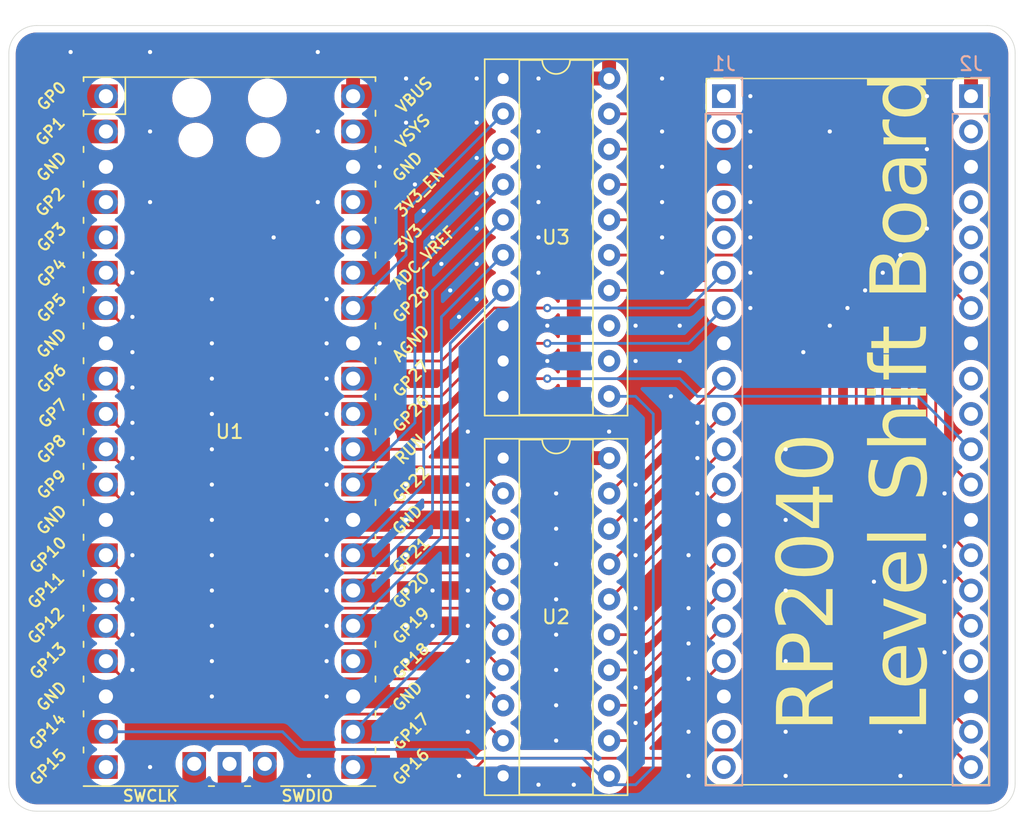
<source format=kicad_pcb>
(kicad_pcb (version 20240108) (generator "pcbnew") (generator_version "8.0")
  (layers (0 "F.Cu" signal) (31 "B.Cu" signal) (34 "B.Paste" user) (35 "F.Paste" user) (36 "B.SilkS" user "B.Silkscreen") (37 "F.SilkS" user "F.Silkscreen") (38 "B.Mask" user) (39 "F.Mask" user) (44 "Edge.Cuts" user))
  (net 0 "")
  (net 1 "/F.A0")
  (net 2 "GND")
  (net 3 "/F.R{slash}nW")
  (net 4 "/F.D1")
  (net 5 "/F.D0")
  (net 6 "/E.nINT")
  (net 8 "/F.D3")
  (net 9 "/F.nRST")
  (net 10 "RUN")
  (net 11 "/F.A2")
  (net 12 "/F.A1")
  (net 14 "/F.D7")
  (net 15 "SDA")
  (net 17 "/F.D6")
  (net 19 "+3V3")
  (net 20 "SCL")
  (net 22 "/F.D2")
  (net 23 "/F.D4")
  (net 25 "/F.nCS")
  (net 26 "+5V")
  (net 27 "/F.D5")
  (net 29 "/E.D3")
  (net 32 "/E.nCS")
  (net 33 "/E.D1")
  (net 36 "/E.D7")
  (net 39 "/E.D6")
  (net 40 "/E.nRST")
  (net 43 "CP")
  (net 45 "/E.D2")
  (net 46 "/E.D5")
  (net 47 "/E.D0")
  (net 54 "/E.A1")
  (net 56 "/E.D4")
  (net 59 "/E.A2")
  (net 60 "/E.A0")
  (net 65 "/E.R{slash}nW")
  (footprint "MCU_RaspberryPi_and_Boards:RPi_Pico_SMD_TH" (layer "F.Cu") (at 135.89 87.63)
    (property "Reference" "U1" (at 0 0 0) (layer "F.SilkS"))
    (property "Value" "Pico")
    (fp_text user "GP14" (at -13.1 21.59 45) (layer "F.SilkS") (effects (font (size 0.8 0.8))))
    (fp_text user "GP21" (at 13.054 8.9 45) (layer "F.SilkS") (effects (font (size 0.8 0.8))))
    (fp_text user "GP6" (at -12.8 -3.81 45) (layer "F.SilkS") (effects (font (size 0.8 0.8))))
    (fp_text user "GP15" (at -13.054 24.13 45) (layer "F.SilkS") (effects (font (size 0.8 0.8))))
    (fp_text user "GND" (at 12.8 19.05 45) (layer "F.SilkS") (effects (font (size 0.8 0.8))))
    (fp_text user "GP11" (at -13.2 11.43 45) (layer "F.SilkS") (effects (font (size 0.8 0.8))))
    (fp_text user "SWDIO" (at 5.6 26.2 0) (layer "F.SilkS") (effects (font (size 0.8 0.8))))
    (fp_text user "GND" (at 12.8 -19.05 45) (layer "F.SilkS") (effects (font (size 0.8 0.8))))
    (fp_text user "GP19" (at 13.054 13.97 45) (layer "F.SilkS") (effects (font (size 0.8 0.8))))
    (fp_text user "ADC_VREF" (at 14 -12.5 45) (layer "F.SilkS") (effects (font (size 0.8 0.8))))
    (fp_text user "GP3" (at -12.8 -13.97 45) (layer "F.SilkS") (effects (font (size 0.8 0.8))))
    (fp_text user "AGND" (at 13.054 -6.35 45) (layer "F.SilkS") (effects (font (size 0.8 0.8))))
    (fp_text user "GND" (at 12.8 6.35 45) (layer "F.SilkS") (effects (font (size 0.8 0.8))))
    (fp_text user "GP1" (at -12.9 -21.6 45) (layer "F.SilkS") (effects (font (size 0.8 0.8))))
    (fp_text user "GP26" (at 13.054 -1.27 45) (layer "F.SilkS") (effects (font (size 0.8 0.8))))
    (fp_text user "VBUS" (at 13.3 -24.2 45) (layer "F.SilkS") (effects (font (size 0.8 0.8))))
    (fp_text user "GP2" (at -12.9 -16.51 45) (layer "F.SilkS") (effects (font (size 0.8 0.8))))
    (fp_text user "GP7" (at -12.7 -1.3 45) (layer "F.SilkS") (effects (font (size 0.8 0.8))))
    (fp_text user "GP4" (at -12.8 -11.43 45) (layer "F.SilkS") (effects (font (size 0.8 0.8))))
    (fp_text user "3V3" (at 12.9 -13.9 45) (layer "F.SilkS") (effects (font (size 0.8 0.8))))
    (fp_text user "GP27" (at 13.054 -3.8 45) (layer "F.SilkS") (effects (font (size 0.8 0.8))))
    (fp_text user "GP22" (at 13.054 3.81 45) (layer "F.SilkS") (effects (font (size 0.8 0.8))))
    (fp_text user "GP17" (at 13.054 21.59 45) (layer "F.SilkS") (effects (font (size 0.8 0.8))))
    (fp_text user "GP28" (at 13.054 -9.144 45) (layer "F.SilkS") (effects (font (size 0.8 0.8))))
    (fp_text user "GND" (at -12.8 -6.35 45) (layer "F.SilkS") (effects (font (size 0.8 0.8))))
    (fp_text user "GND" (at -12.8 6.35 45) (layer "F.SilkS") (effects (font (size 0.8 0.8))))
    (fp_text user "GP5" (at -12.8 -8.89 45) (layer "F.SilkS") (effects (font (size 0.8 0.8))))
    (fp_text user "GND" (at -12.8 -19.05 45) (layer "F.SilkS") (effects (font (size 0.8 0.8))))
    (fp_text user "VSYS" (at 13.2 -21.59 45) (layer "F.SilkS") (effects (font (size 0.8 0.8))))
    (fp_text user "GP12" (at -13.2 13.97 45) (layer "F.SilkS") (effects (font (size 0.8 0.8))))
    (fp_text user "GP16" (at 13.054 24.13 45) (layer "F.SilkS") (effects (font (size 0.8 0.8))))
    (fp_text user "GP13" (at -13.054 16.51 45) (layer "F.SilkS") (effects (font (size 0.8 0.8))))
    (fp_text user "GP18" (at 13.054 16.51 45) (layer "F.SilkS") (effects (font (size 0.8 0.8))))
    (fp_text user "3V3_EN" (at 13.7 -17.2 45) (layer "F.SilkS") (effects (font (size 0.8 0.8))))
    (fp_text user "GP0" (at -12.8 -24.13 45) (layer "F.SilkS") (effects (font (size 0.8 0.8))))
    (fp_text user "GP20" (at 13.054 11.43 45) (layer "F.SilkS") (effects (font (size 0.8 0.8))))
    (fp_text user "SWCLK" (at -5.7 26.2 0) (layer "F.SilkS") (effects (font (size 0.8 0.8))))
    (fp_text user "GP8" (at -12.8 1.27 45) (layer "F.SilkS") (effects (font (size 0.8 0.8))))
    (fp_text user "GP9" (at -12.8 3.81 45) (layer "F.SilkS") (effects (font (size 0.8 0.8))))
    (fp_text user "GP10" (at -13.054 8.89 45) (layer "F.SilkS") (effects (font (size 0.8 0.8))))
    (fp_text user "GND" (at -12.8 19.05 45) (layer "F.SilkS") (effects (font (size 0.8 0.8))))
    (fp_text user "RUN" (at 13 1.27 45) (layer "F.SilkS") (effects (font (size 0.8 0.8))))
    (pad "" np_thru_hole oval (at -2.725 -24) (size 1.8 1.8) (drill 1.8) (layers "*.Cu" "*.Mask"))
    (pad "" np_thru_hole oval (at -2.425 -20.97) (size 1.5 1.5) (drill 1.5) (layers "*.Cu" "*.Mask"))
    (pad "" np_thru_hole oval (at 2.425 -20.97) (size 1.5 1.5) (drill 1.5) (layers "*.Cu" "*.Mask"))
    (pad "" np_thru_hole oval (at 2.725 -24) (size 1.8 1.8) (drill 1.8) (layers "*.Cu" "*.Mask"))
    (pad "1" thru_hole oval (at -8.89 -24.13) (size 1.7 1.7) (drill 1.02) (layers "*.Cu" "*.Mask"))
    (pad "1" smd rect (at -8.89 -24.13) (size 3.5 1.7) (drill (offset -0.9 0)) (layers "F.Cu" "F.Mask"))
    (pad "2" thru_hole oval (at -8.89 -21.59) (size 1.7 1.7) (drill 1.02) (layers "*.Cu" "*.Mask"))
    (pad "2" smd rect (at -8.89 -21.59) (size 3.5 1.7) (drill (offset -0.9 0)) (layers "F.Cu" "F.Mask"))
    (pad "3" thru_hole rect (at -8.89 -19.05) (size 1.7 1.7) (drill 1.02) (layers "*.Cu" "*.Mask") (net 2 "GND"))
    (pad "3" smd rect (at -8.89 -19.05) (size 3.5 1.7) (drill (offset -0.9 0)) (layers "F.Cu" "F.Mask") (net 2 "GND"))
    (pad "4" thru_hole oval (at -8.89 -16.51) (size 1.7 1.7) (drill 1.02) (layers "*.Cu" "*.Mask"))
    (pad "4" smd rect (at -8.89 -16.51) (size 3.5 1.7) (drill (offset -0.9 0)) (layers "F.Cu" "F.Mask"))
    (pad "5" thru_hole oval (at -8.89 -13.97) (size 1.7 1.7) (drill 1.02) (layers "*.Cu" "*.Mask"))
    (pad "5" smd rect (at -8.89 -13.97) (size 3.5 1.7) (drill (offset -0.9 0)) (layers "F.Cu" "F.Mask"))
    (pad "6" thru_hole oval (at -8.89 -11.43) (size 1.7 1.7) (drill 1.02) (layers "*.Cu" "*.Mask") (net 15 "SDA"))
    (pad "6" smd rect (at -8.89 -11.43) (size 3.5 1.7) (drill (offset -0.9 0)) (layers "F.Cu" "F.Mask") (net 15 "SDA"))
    (pad "7" thru_hole oval (at -8.89 -8.89) (size 1.7 1.7) (drill 1.02) (layers "*.Cu" "*.Mask") (net 20 "SCL"))
    (pad "7" smd rect (at -8.89 -8.89) (size 3.5 1.7) (drill (offset -0.9 0)) (layers "F.Cu" "F.Mask") (net 20 "SCL"))
    (pad "8" thru_hole rect (at -8.89 -6.35) (size 1.7 1.7) (drill 1.02) (layers "*.Cu" "*.Mask") (net 2 "GND"))
    (pad "8" smd rect (at -8.89 -6.35) (size 3.5 1.7) (drill (offset -0.9 0)) (layers "F.Cu" "F.Mask") (net 2 "GND"))
    (pad "9" thru_hole oval (at -8.89 -3.81) (size 1.7 1.7) (drill 1.02) (layers "*.Cu" "*.Mask") (net 47 "/E.D0"))
    (pad "9" smd rect (at -8.89 -3.81) (size 3.5 1.7) (drill (offset -0.9 0)) (layers "F.Cu" "F.Mask") (net 47 "/E.D0"))
    (pad "10" thru_hole oval (at -8.89 -1.27) (size 1.7 1.7) (drill 1.02) (layers "*.Cu" "*.Mask") (net 33 "/E.D1"))
    (pad "10" smd rect (at -8.89 -1.27) (size 3.5 1.7) (drill (offset -0.9 0)) (layers "F.Cu" "F.Mask") (net 33 "/E.D1"))
    (pad "11" thru_hole oval (at -8.89 1.27) (size 1.7 1.7) (drill 1.02) (layers "*.Cu" "*.Mask") (net 45 "/E.D2"))
    (pad "11" smd rect (at -8.89 1.27) (size 3.5 1.7) (drill (offset -0.9 0)) (layers "F.Cu" "F.Mask") (net 45 "/E.D2"))
    (pad "12" thru_hole oval (at -8.89 3.81) (size 1.7 1.7) (drill 1.02) (layers "*.Cu" "*.Mask") (net 29 "/E.D3"))
    (pad "12" smd rect (at -8.89 3.81) (size 3.5 1.7) (drill (offset -0.9 0)) (layers "F.Cu" "F.Mask") (net 29 "/E.D3"))
    (pad "13" thru_hole rect (at -8.89 6.35) (size 1.7 1.7) (drill 1.02) (layers "*.Cu" "*.Mask") (net 2 "GND"))
    (pad "13" smd rect (at -8.89 6.35) (size 3.5 1.7) (drill (offset -0.9 0)) (layers "F.Cu" "F.Mask") (net 2 "GND"))
    (pad "14" thru_hole oval (at -8.89 8.89) (size 1.7 1.7) (drill 1.02) (layers "*.Cu" "*.Mask") (net 56 "/E.D4"))
    (pad "14" smd rect (at -8.89 8.89) (size 3.5 1.7) (drill (offset -0.9 0)) (layers "F.Cu" "F.Mask") (net 56 "/E.D4"))
    (pad "15" thru_hole oval (at -8.89 11.43) (size 1.7 1.7) (drill 1.02) (layers "*.Cu" "*.Mask") (net 46 "/E.D5"))
    (pad "15" smd rect (at -8.89 11.43) (size 3.5 1.7) (drill (offset -0.9 0)) (layers "F.Cu" "F.Mask") (net 46 "/E.D5"))
    (pad "16" thru_hole oval (at -8.89 13.97) (size 1.7 1.7) (drill 1.02) (layers "*.Cu" "*.Mask") (net 39 "/E.D6"))
    (pad "16" smd rect (at -8.89 13.97) (size 3.5 1.7) (drill (offset -0.9 0)) (layers "F.Cu" "F.Mask") (net 39 "/E.D6"))
    (pad "17" thru_hole oval (at -8.89 16.51) (size 1.7 1.7) (drill 1.02) (layers "*.Cu" "*.Mask") (net 36 "/E.D7"))
    (pad "17" smd rect (at -8.89 16.51) (size 3.5 1.7) (drill (offset -0.9 0)) (layers "F.Cu" "F.Mask") (net 36 "/E.D7"))
    (pad "18" thru_hole rect (at -8.89 19.05) (size 1.7 1.7) (drill 1.02) (layers "*.Cu" "*.Mask") (net 2 "GND"))
    (pad "18" smd rect (at -8.89 19.05) (size 3.5 1.7) (drill (offset -0.9 0)) (layers "F.Cu" "F.Mask") (net 2 "GND"))
    (pad "19" thru_hole oval (at -8.89 21.59) (size 1.7 1.7) (drill 1.02) (layers "*.Cu" "*.Mask") (net 43 "CP"))
    (pad "19" smd rect (at -8.89 21.59) (size 3.5 1.7) (drill (offset -0.9 0)) (layers "F.Cu" "F.Mask") (net 43 "CP"))
    (pad "20" thru_hole oval (at -8.89 24.13) (size 1.7 1.7) (drill 1.02) (layers "*.Cu" "*.Mask"))
    (pad "20" smd rect (at -8.89 24.13) (size 3.5 1.7) (drill (offset -0.9 0)) (layers "F.Cu" "F.Mask"))
    (pad "21" thru_hole oval (at 8.89 24.13) (size 1.7 1.7) (drill 1.02) (layers "*.Cu" "*.Mask") (net 6 "/E.nINT"))
    (pad "21" smd rect (at 8.89 24.13) (size 3.5 1.7) (drill (offset 0.9 0)) (layers "F.Cu" "F.Mask") (net 6 "/E.nINT"))
    (pad "22" thru_hole oval (at 8.89 21.59) (size 1.7 1.7) (drill 1.02) (layers "*.Cu" "*.Mask") (net 40 "/E.nRST"))
    (pad "22" smd rect (at 8.89 21.59) (size 3.5 1.7) (drill (offset 0.9 0)) (layers "F.Cu" "F.Mask") (net 40 "/E.nRST"))
    (pad "23" thru_hole rect (at 8.89 19.05) (size 1.7 1.7) (drill 1.02) (layers "*.Cu" "*.Mask") (net 2 "GND"))
    (pad "23" smd rect (at 8.89 19.05) (size 3.5 1.7) (drill (offset 0.9 0)) (layers "F.Cu" "F.Mask") (net 2 "GND"))
    (pad "24" thru_hole oval (at 8.89 16.51) (size 1.7 1.7) (drill 1.02) (layers "*.Cu" "*.Mask"))
    (pad "24" smd rect (at 8.89 16.51) (size 3.5 1.7) (drill (offset 0.9 0)) (layers "F.Cu" "F.Mask"))
    (pad "25" thru_hole oval (at 8.89 13.97) (size 1.7 1.7) (drill 1.02) (layers "*.Cu" "*.Mask") (net 32 "/E.nCS"))
    (pad "25" smd rect (at 8.89 13.97) (size 3.5 1.7) (drill (offset 0.9 0)) (layers "F.Cu" "F.Mask") (net 32 "/E.nCS"))
    (pad "26" thru_hole oval (at 8.89 11.43) (size 1.7 1.7) (drill 1.02) (layers "*.Cu" "*.Mask") (net 60 "/E.A0"))
    (pad "26" smd rect (at 8.89 11.43) (size 3.5 1.7) (drill (offset 0.9 0)) (layers "F.Cu" "F.Mask") (net 60 "/E.A0"))
    (pad "27" thru_hole oval (at 8.89 8.89) (size 1.7 1.7) (drill 1.02) (layers "*.Cu" "*.Mask") (net 54 "/E.A1"))
    (pad "27" smd rect (at 8.89 8.89) (size 3.5 1.7) (drill (offset 0.9 0)) (layers "F.Cu" "F.Mask") (net 54 "/E.A1"))
    (pad "28" thru_hole rect (at 8.89 6.35) (size 1.7 1.7) (drill 1.02) (layers "*.Cu" "*.Mask") (net 2 "GND"))
    (pad "28" smd rect (at 8.89 6.35) (size 3.5 1.7) (drill (offset 0.9 0)) (layers "F.Cu" "F.Mask") (net 2 "GND"))
    (pad "29" thru_hole oval (at 8.89 3.81) (size 1.7 1.7) (drill 1.02) (layers "*.Cu" "*.Mask") (net 59 "/E.A2"))
    (pad "29" smd rect (at 8.89 3.81) (size 3.5 1.7) (drill (offset 0.9 0)) (layers "F.Cu" "F.Mask") (net 59 "/E.A2"))
    (pad "30" thru_hole oval (at 8.89 1.27) (size 1.7 1.7) (drill 1.02) (layers "*.Cu" "*.Mask") (net 10 "RUN"))
    (pad "30" smd rect (at 8.89 1.27) (size 3.5 1.7) (drill (offset 0.9 0)) (layers "F.Cu" "F.Mask") (net 10 "RUN"))
    (pad "31" thru_hole oval (at 8.89 -1.27) (size 1.7 1.7) (drill 1.02) (layers "*.Cu" "*.Mask"))
    (pad "31" smd rect (at 8.89 -1.27) (size 3.5 1.7) (drill (offset 0.9 0)) (layers "F.Cu" "F.Mask"))
    (pad "32" thru_hole oval (at 8.89 -3.81) (size 1.7 1.7) (drill 1.02) (layers "*.Cu" "*.Mask"))
    (pad "32" smd rect (at 8.89 -3.81) (size 3.5 1.7) (drill (offset 0.9 0)) (layers "F.Cu" "F.Mask"))
    (pad "33" thru_hole rect (at 8.89 -6.35) (size 1.7 1.7) (drill 1.02) (layers "*.Cu" "*.Mask") (net 2 "GND"))
    (pad "33" smd rect (at 8.89 -6.35) (size 3.5 1.7) (drill (offset 0.9 0)) (layers "F.Cu" "F.Mask") (net 2 "GND"))
    (pad "34" thru_hole oval (at 8.89 -8.89) (size 1.7 1.7) (drill 1.02) (layers "*.Cu" "*.Mask") (net 65 "/E.R{slash}nW"))
    (pad "34" smd rect (at 8.89 -8.89) (size 3.5 1.7) (drill (offset 0.9 0)) (layers "F.Cu" "F.Mask") (net 65 "/E.R{slash}nW"))
    (pad "35" thru_hole oval (at 8.89 -11.43) (size 1.7 1.7) (drill 1.02) (layers "*.Cu" "*.Mask"))
    (pad "35" smd rect (at 8.89 -11.43) (size 3.5 1.7) (drill (offset 0.9 0)) (layers "F.Cu" "F.Mask"))
    (pad "36" thru_hole oval (at 8.89 -13.97) (size 1.7 1.7) (drill 1.02) (layers "*.Cu" "*.Mask") (net 19 "+3V3"))
    (pad "36" smd rect (at 8.89 -13.97) (size 3.5 1.7) (drill (offset 0.9 0)) (layers "F.Cu" "F.Mask") (net 19 "+3V3"))
    (pad "37" thru_hole oval (at 8.89 -16.51) (size 1.7 1.7) (drill 1.02) (layers "*.Cu" "*.Mask"))
    (pad "37" smd rect (at 8.89 -16.51) (size 3.5 1.7) (drill (offset 0.9 0)) (layers "F.Cu" "F.Mask"))
    (pad "38" thru_hole rect (at 8.89 -19.05) (size 1.7 1.7) (drill 1.02) (layers "*.Cu" "*.Mask") (net 2 "GND"))
    (pad "38" smd rect (at 8.89 -19.05) (size 3.5 1.7) (drill (offset 0.9 0)) (layers "F.Cu" "F.Mask") (net 2 "GND"))
    (pad "39" thru_hole oval (at 8.89 -21.59) (size 1.7 1.7) (drill 1.02) (layers "*.Cu" "*.Mask"))
    (pad "39" smd rect (at 8.89 -21.59) (size 3.5 1.7) (drill (offset 0.9 0)) (layers "F.Cu" "F.Mask"))
    (pad "40" thru_hole oval (at 8.89 -24.13) (size 1.7 1.7) (drill 1.02) (layers "*.Cu" "*.Mask") (net 26 "+5V"))
    (pad "40" smd rect (at 8.89 -24.13) (size 3.5 1.7) (drill (offset 0.9 0)) (layers "F.Cu" "F.Mask") (net 26 "+5V"))
    (pad "41" thru_hole oval (at -2.54 23.9) (size 1.7 1.7) (drill 1.02) (layers "*.Cu" "*.Mask"))
    (pad "41" smd rect (at -2.54 23.9 90) (size 3.5 1.7) (drill (offset -0.9 0)) (layers "F.Cu" "F.Mask"))
    (pad "42" thru_hole rect (at 0 23.9) (size 1.7 1.7) (drill 1.02) (layers "*.Cu" "*.Mask"))
    (pad "42" smd rect (at 0 23.9 90) (size 3.5 1.7) (drill (offset -0.9 0)) (layers "F.Cu" "F.Mask"))
    (pad "43" thru_hole oval (at 2.54 23.9) (size 1.7 1.7) (drill 1.02) (layers "*.Cu" "*.Mask"))
    (pad "43" smd rect (at 2.54 23.9 90) (size 3.5 1.7) (drill (offset -0.9 0)) (layers "F.Cu" "F.Mask"))
  )
  (footprint "Package_DIP:DIP-20_W7.62mm_Socket" (layer "F.Cu") (at 155.575 89.535)
    (property "Reference" "U2" (at 3.8 11.425 0) (layer "F.SilkS"))
    (property "Value" "74HC574")
    (pad "1" thru_hole rect (at 0 0) (size 1.6 1.6) (drill 0.8) (layers "*.Cu" "*.Mask") (net 2 "GND"))
    (pad "2" thru_hole oval (at 0 2.54) (size 1.6 1.6) (drill 0.8) (layers "*.Cu" "*.Mask") (net 47 "/E.D0"))
    (pad "3" thru_hole oval (at 0 5.08) (size 1.6 1.6) (drill 0.8) (layers "*.Cu" "*.Mask") (net 33 "/E.D1"))
    (pad "4" thru_hole oval (at 0 7.62) (size 1.6 1.6) (drill 0.8) (layers "*.Cu" "*.Mask") (net 45 "/E.D2"))
    (pad "5" thru_hole oval (at 0 10.16) (size 1.6 1.6) (drill 0.8) (layers "*.Cu" "*.Mask") (net 29 "/E.D3"))
    (pad "6" thru_hole oval (at 0 12.7) (size 1.6 1.6) (drill 0.8) (layers "*.Cu" "*.Mask") (net 56 "/E.D4"))
    (pad "7" thru_hole oval (at 0 15.24) (size 1.6 1.6) (drill 0.8) (layers "*.Cu" "*.Mask") (net 46 "/E.D5"))
    (pad "8" thru_hole oval (at 0 17.78) (size 1.6 1.6) (drill 0.8) (layers "*.Cu" "*.Mask") (net 39 "/E.D6"))
    (pad "9" thru_hole oval (at 0 20.32) (size 1.6 1.6) (drill 0.8) (layers "*.Cu" "*.Mask") (net 36 "/E.D7"))
    (pad "10" thru_hole oval (at 0 22.86) (size 1.6 1.6) (drill 0.8) (layers "*.Cu" "*.Mask") (net 2 "GND"))
    (pad "11" thru_hole oval (at 7.62 22.86) (size 1.6 1.6) (drill 0.8) (layers "*.Cu" "*.Mask") (net 43 "CP"))
    (pad "12" thru_hole oval (at 7.62 20.32) (size 1.6 1.6) (drill 0.8) (layers "*.Cu" "*.Mask") (net 14 "/F.D7"))
    (pad "13" thru_hole oval (at 7.62 17.78) (size 1.6 1.6) (drill 0.8) (layers "*.Cu" "*.Mask") (net 17 "/F.D6"))
    (pad "14" thru_hole oval (at 7.62 15.24) (size 1.6 1.6) (drill 0.8) (layers "*.Cu" "*.Mask") (net 27 "/F.D5"))
    (pad "15" thru_hole oval (at 7.62 12.7) (size 1.6 1.6) (drill 0.8) (layers "*.Cu" "*.Mask") (net 23 "/F.D4"))
    (pad "16" thru_hole oval (at 7.62 10.16) (size 1.6 1.6) (drill 0.8) (layers "*.Cu" "*.Mask") (net 8 "/F.D3"))
    (pad "17" thru_hole oval (at 7.62 7.62) (size 1.6 1.6) (drill 0.8) (layers "*.Cu" "*.Mask") (net 22 "/F.D2"))
    (pad "18" thru_hole oval (at 7.62 5.08) (size 1.6 1.6) (drill 0.8) (layers "*.Cu" "*.Mask") (net 4 "/F.D1"))
    (pad "19" thru_hole oval (at 7.62 2.54) (size 1.6 1.6) (drill 0.8) (layers "*.Cu" "*.Mask") (net 5 "/F.D0"))
    (pad "20" thru_hole oval (at 7.62 0) (size 1.6 1.6) (drill 0.8) (layers "*.Cu" "*.Mask") (net 26 "+5V"))
  )
  (footprint "Package_DIP:DIP-20_W7.62mm_Socket" (layer "F.Cu") (at 155.575 62.23)
    (property "Reference" "U3" (at 3.8 11.425 0) (layer "F.SilkS"))
    (property "Value" "74HC574")
    (pad "1" thru_hole rect (at 0 0) (size 1.6 1.6) (drill 0.8) (layers "*.Cu" "*.Mask") (net 2 "GND"))
    (pad "2" thru_hole oval (at 0 2.54) (size 1.6 1.6) (drill 0.8) (layers "*.Cu" "*.Mask") (net 65 "/E.R{slash}nW"))
    (pad "3" thru_hole oval (at 0 5.08) (size 1.6 1.6) (drill 0.8) (layers "*.Cu" "*.Mask") (net 59 "/E.A2"))
    (pad "4" thru_hole oval (at 0 7.62) (size 1.6 1.6) (drill 0.8) (layers "*.Cu" "*.Mask") (net 54 "/E.A1"))
    (pad "5" thru_hole oval (at 0 10.16) (size 1.6 1.6) (drill 0.8) (layers "*.Cu" "*.Mask") (net 60 "/E.A0"))
    (pad "6" thru_hole oval (at 0 12.7) (size 1.6 1.6) (drill 0.8) (layers "*.Cu" "*.Mask") (net 32 "/E.nCS"))
    (pad "7" thru_hole oval (at 0 15.24) (size 1.6 1.6) (drill 0.8) (layers "*.Cu" "*.Mask") (net 40 "/E.nRST"))
    (pad "8" thru_hole oval (at 0 17.78) (size 1.6 1.6) (drill 0.8) (layers "*.Cu" "*.Mask") (net 2 "GND"))
    (pad "9" thru_hole oval (at 0 20.32) (size 1.6 1.6) (drill 0.8) (layers "*.Cu" "*.Mask") (net 2 "GND"))
    (pad "10" thru_hole oval (at 0 22.86) (size 1.6 1.6) (drill 0.8) (layers "*.Cu" "*.Mask") (net 2 "GND"))
    (pad "11" thru_hole oval (at 7.62 22.86) (size 1.6 1.6) (drill 0.8) (layers "*.Cu" "*.Mask") (net 43 "CP"))
    (pad "12" thru_hole oval (at 7.62 20.32) (size 1.6 1.6) (drill 0.8) (layers "*.Cu" "*.Mask"))
    (pad "13" thru_hole oval (at 7.62 17.78) (size 1.6 1.6) (drill 0.8) (layers "*.Cu" "*.Mask"))
    (pad "14" thru_hole oval (at 7.62 15.24) (size 1.6 1.6) (drill 0.8) (layers "*.Cu" "*.Mask") (net 9 "/F.nRST"))
    (pad "15" thru_hole oval (at 7.62 12.7) (size 1.6 1.6) (drill 0.8) (layers "*.Cu" "*.Mask") (net 25 "/F.nCS"))
    (pad "16" thru_hole oval (at 7.62 10.16) (size 1.6 1.6) (drill 0.8) (layers "*.Cu" "*.Mask") (net 1 "/F.A0"))
    (pad "17" thru_hole oval (at 7.62 7.62) (size 1.6 1.6) (drill 0.8) (layers "*.Cu" "*.Mask") (net 12 "/F.A1"))
    (pad "18" thru_hole oval (at 7.62 5.08) (size 1.6 1.6) (drill 0.8) (layers "*.Cu" "*.Mask") (net 11 "/F.A2"))
    (pad "19" thru_hole oval (at 7.62 2.54) (size 1.6 1.6) (drill 0.8) (layers "*.Cu" "*.Mask") (net 3 "/F.R{slash}nW"))
    (pad "20" thru_hole oval (at 7.62 0) (size 1.6 1.6) (drill 0.8) (layers "*.Cu" "*.Mask") (net 26 "+5V"))
  )
  (footprint "Connector_PinHeader_2.54mm:PinHeader_1x20_P2.54mm_Vertical" (layer "B.Cu") (at 189.23 63.5 180)
    (property "Reference" "J2" (at 0 2.33 180) (layer "B.SilkS") (effects (justify mirror)))
    (property "Value" "PicoR")
    (pad "1" thru_hole rect (at 0 0 180) (size 1.7 1.7) (drill 1) (layers "*.Cu" "*.Mask") (net 26 "+5V"))
    (pad "2" thru_hole oval (at 0 -2.54 180) (size 1.7 1.7) (drill 1) (layers "*.Cu" "*.Mask"))
    (pad "3" thru_hole oval (at 0 -5.08 180) (size 1.7 1.7) (drill 1) (layers "*.Cu" "*.Mask") (net 2 "GND"))
    (pad "4" thru_hole oval (at 0 -7.62 180) (size 1.7 1.7) (drill 1) (layers "*.Cu" "*.Mask"))
    (pad "5" thru_hole oval (at 0 -10.16 180) (size 1.7 1.7) (drill 1) (layers "*.Cu" "*.Mask"))
    (pad "6" thru_hole oval (at 0 -12.7 180) (size 1.7 1.7) (drill 1) (layers "*.Cu" "*.Mask"))
    (pad "7" thru_hole oval (at 0 -15.24 180) (size 1.7 1.7) (drill 1) (layers "*.Cu" "*.Mask") (net 3 "/F.R{slash}nW"))
    (pad "8" thru_hole oval (at 0 -17.78 180) (size 1.7 1.7) (drill 1) (layers "*.Cu" "*.Mask") (net 2 "GND"))
    (pad "9" thru_hole oval (at 0 -20.32 180) (size 1.7 1.7) (drill 1) (layers "*.Cu" "*.Mask"))
    (pad "10" thru_hole oval (at 0 -22.86 180) (size 1.7 1.7) (drill 1) (layers "*.Cu" "*.Mask"))
    (pad "11" thru_hole oval (at 0 -25.4 180) (size 1.7 1.7) (drill 1) (layers "*.Cu" "*.Mask") (net 10 "RUN"))
    (pad "12" thru_hole oval (at 0 -27.94 180) (size 1.7 1.7) (drill 1) (layers "*.Cu" "*.Mask") (net 11 "/F.A2"))
    (pad "13" thru_hole oval (at 0 -30.48 180) (size 1.7 1.7) (drill 1) (layers "*.Cu" "*.Mask") (net 2 "GND"))
    (pad "14" thru_hole oval (at 0 -33.02 180) (size 1.7 1.7) (drill 1) (layers "*.Cu" "*.Mask") (net 12 "/F.A1"))
    (pad "15" thru_hole oval (at 0 -35.56 180) (size 1.7 1.7) (drill 1) (layers "*.Cu" "*.Mask") (net 1 "/F.A0"))
    (pad "16" thru_hole oval (at 0 -38.1 180) (size 1.7 1.7) (drill 1) (layers "*.Cu" "*.Mask") (net 25 "/F.nCS"))
    (pad "17" thru_hole oval (at 0 -40.64 180) (size 1.7 1.7) (drill 1) (layers "*.Cu" "*.Mask"))
    (pad "18" thru_hole oval (at 0 -43.18 180) (size 1.7 1.7) (drill 1) (layers "*.Cu" "*.Mask") (net 2 "GND"))
    (pad "19" thru_hole oval (at 0 -45.72 180) (size 1.7 1.7) (drill 1) (layers "*.Cu" "*.Mask") (net 9 "/F.nRST"))
    (pad "20" thru_hole oval (at 0 -48.26 180) (size 1.7 1.7) (drill 1) (layers "*.Cu" "*.Mask") (net 6 "/E.nINT"))
  )
  (footprint "Connector_PinHeader_2.54mm:PinHeader_1x20_P2.54mm_Vertical" (layer "B.Cu") (at 171.45 63.5 180)
    (property "Reference" "J1" (at 0 2.33 180) (layer "B.SilkS") (effects (justify mirror)))
    (property "Value" "PicoL")
    (pad "1" thru_hole rect (at 0 0 180) (size 1.7 1.7) (drill 1) (layers "*.Cu" "*.Mask"))
    (pad "2" thru_hole oval (at 0 -2.54 180) (size 1.7 1.7) (drill 1) (layers "*.Cu" "*.Mask"))
    (pad "3" thru_hole oval (at 0 -5.08 180) (size 1.7 1.7) (drill 1) (layers "*.Cu" "*.Mask") (net 2 "GND"))
    (pad "4" thru_hole oval (at 0 -7.62 180) (size 1.7 1.7) (drill 1) (layers "*.Cu" "*.Mask"))
    (pad "5" thru_hole oval (at 0 -10.16 180) (size 1.7 1.7) (drill 1) (layers "*.Cu" "*.Mask"))
    (pad "6" thru_hole oval (at 0 -12.7 180) (size 1.7 1.7) (drill 1) (layers "*.Cu" "*.Mask") (net 15 "SDA"))
    (pad "7" thru_hole oval (at 0 -15.24 180) (size 1.7 1.7) (drill 1) (layers "*.Cu" "*.Mask") (net 20 "SCL"))
    (pad "8" thru_hole oval (at 0 -17.78 180) (size 1.7 1.7) (drill 1) (layers "*.Cu" "*.Mask") (net 2 "GND"))
    (pad "9" thru_hole oval (at 0 -20.32 180) (size 1.7 1.7) (drill 1) (layers "*.Cu" "*.Mask") (net 5 "/F.D0"))
    (pad "10" thru_hole oval (at 0 -22.86 180) (size 1.7 1.7) (drill 1) (layers "*.Cu" "*.Mask") (net 4 "/F.D1"))
    (pad "11" thru_hole oval (at 0 -25.4 180) (size 1.7 1.7) (drill 1) (layers "*.Cu" "*.Mask") (net 22 "/F.D2"))
    (pad "12" thru_hole oval (at 0 -27.94 180) (size 1.7 1.7) (drill 1) (layers "*.Cu" "*.Mask") (net 8 "/F.D3"))
    (pad "13" thru_hole oval (at 0 -30.48 180) (size 1.7 1.7) (drill 1) (layers "*.Cu" "*.Mask") (net 2 "GND"))
    (pad "14" thru_hole oval (at 0 -33.02 180) (size 1.7 1.7) (drill 1) (layers "*.Cu" "*.Mask") (net 23 "/F.D4"))
    (pad "15" thru_hole oval (at 0 -35.56 180) (size 1.7 1.7) (drill 1) (layers "*.Cu" "*.Mask") (net 27 "/F.D5"))
    (pad "16" thru_hole oval (at 0 -38.1 180) (size 1.7 1.7) (drill 1) (layers "*.Cu" "*.Mask") (net 17 "/F.D6"))
    (pad "17" thru_hole oval (at 0 -40.64 180) (size 1.7 1.7) (drill 1) (layers "*.Cu" "*.Mask") (net 14 "/F.D7"))
    (pad "18" thru_hole oval (at 0 -43.18 180) (size 1.7 1.7) (drill 1) (layers "*.Cu" "*.Mask") (net 2 "GND"))
    (pad "19" thru_hole oval (at 0 -45.72 180) (size 1.7 1.7) (drill 1) (layers "*.Cu" "*.Mask"))
    (pad "20" thru_hole oval (at 0 -48.26 180) (size 1.7 1.7) (drill 1) (layers "*.Cu" "*.Mask"))
  )
  (gr_rect (start 170.18 62.23) (end 190.5 113.03) (stroke (width 0.1)) (fill none) (layer "F.SilkS"))
  (gr_line (start 120.015 112.935) (end 120.015 60.42) (stroke (width 0.05)) (layer "Edge.Cuts"))
  (gr_arc (start 122.015 114.935) (mid 120.600786 114.349214) (end 120.015 112.935) (stroke (width 0.05)) (layer "Edge.Cuts"))
  (gr_arc (start 120.015 60.42) (mid 120.600786 59.005786) (end 122.015 58.42) (stroke (width 0.05)) (layer "Edge.Cuts"))
  (gr_arc (start 190.405 58.42) (mid 191.819214 59.005786) (end 192.405 60.42) (stroke (width 0.05)) (layer "Edge.Cuts"))
  (gr_line (start 192.405 60.42) (end 192.405 112.935) (stroke (width 0.05)) (layer "Edge.Cuts"))
  (gr_arc (start 192.405 112.935) (mid 191.819214 114.349214) (end 190.405 114.935) (stroke (width 0.05)) (layer "Edge.Cuts"))
  (gr_line (start 190.405 114.935) (end 122.015 114.935) (stroke (width 0.05)) (layer "Edge.Cuts"))
  (gr_line (start 122.015 58.42) (end 190.405 58.42) (stroke (width 0.05)) (layer "Edge.Cuts"))
  (gr_text "RP2040\nLevel Shift Board" (at 180.975 109.22 90) (layer "F.SilkS") (effects (font (size 4 4) (thickness 0.1)) (justify left)))
  (segment (start 182.88 80.01) (end 182.88 92.71) (width 0.2) (layer "F.Cu") (net 1))
  (segment (start 163.195 72.39) (end 175.26 72.39) (width 0.2) (layer "F.Cu") (net 1))
  (segment (start 175.26 72.39) (end 182.88 80.01) (width 0.2) (layer "F.Cu") (net 1))
  (segment (start 182.88 92.71) (end 189.23 99.06) (width 0.2) (layer "F.Cu") (net 1))
  (via (at 159.385 94.615) (size 0.6) (drill 0.3) (layers "F.Cu" "B.Cu") (net 2))
  (via (at 165.1 91.44) (size 0.6) (drill 0.3) (layers "F.Cu" "B.Cu") (net 2))
  (via (at 158.115 113.03) (size 0.6) (drill 0.3) (layers "F.Cu" "B.Cu") (net 2))
  (via (at 175.895 88.9) (size 0.6) (drill 0.3) (layers "F.Cu" "B.Cu") (net 2))
  (via (at 153.035 106.68) (size 0.6) (drill 0.3) (layers "F.Cu" "B.Cu") (net 2))
  (via (at 165.1 96.52) (size 0.6) (drill 0.3) (layers "F.Cu" "B.Cu") (net 2))
  (via (at 165.1 106.045) (size 0.6) (drill 0.3) (layers "F.Cu" "B.Cu") (net 2))
  (via (at 177.165 81.915) (size 0.6) (drill 0.3) (layers "F.Cu" "B.Cu") (net 2))
  (via (at 168.275 82.55) (size 0.6) (drill 0.3) (layers "F.Cu" "B.Cu") (net 2))
  (via (at 153.67 70.485) (size 0.6) (drill 0.3) (layers "F.Cu" "B.Cu") (net 2))
  (via (at 187.325 103.505) (size 0.6) (drill 0.3) (layers "F.Cu" "B.Cu") (net 2))
  (via (at 159.385 104.775) (size 0.6) (drill 0.3) (layers "F.Cu" "B.Cu") (net 2))
  (via (at 128.905 99.695) (size 0.6) (drill 0.3) (layers "F.Cu" "B.Cu") (net 2))
  (via (at 167.005 62.23) (size 0.6) (drill 0.3) (layers "F.Cu" "B.Cu") (net 2))
  (via (at 158.115 62.23) (size 0.6) (drill 0.3) (layers "F.Cu" "B.Cu") (net 2))
  (via (at 175.895 93.98) (size 0.6) (drill 0.3) (layers "F.Cu" "B.Cu") (net 2))
  (via (at 165.1 82.55) (size 0.6) (drill 0.3) (layers "F.Cu" "B.Cu") (net 2))
  (via (at 142.875 81.28) (size 0.6) (drill 0.3) (layers "F.Cu" "B.Cu") (net 2))
  (via (at 163.195 87.63) (size 0.6) (drill 0.3) (layers "F.Cu" "B.Cu") (net 2))
  (via (at 148.59 62.23) (size 0.6) (drill 0.3) (layers "F.Cu" "B.Cu") (net 2))
  (via (at 134.62 96.52) (size 0.6) (drill 0.3) (layers "F.Cu" "B.Cu") (net 2))
  (via (at 186.055 63.5) (size 0.6) (drill 0.3) (layers "F.Cu" "B.Cu") (net 2))
  (via (at 142.875 78.105) (size 0.6) (drill 0.3) (layers "F.Cu" "B.Cu") (net 2))
  (via (at 159.385 107.315) (size 0.6) (drill 0.3) (layers "F.Cu" "B.Cu") (net 2))
  (via (at 169.545 89.535) (size 0.6) (drill 0.3) (layers "F.Cu" "B.Cu") (net 2))
  (via (at 130.175 66.04) (size 0.6) (drill 0.3) (layers "F.Cu" "B.Cu") (net 2))
  (via (at 153.67 78.105) (size 0.6) (drill 0.3) (layers "F.Cu" "B.Cu") (net 2))
  (via (at 130.175 71.12) (size 0.6) (drill 0.3) (layers "F.Cu" "B.Cu") (net 2))
  (via (at 165.1 108.585) (size 0.6) (drill 0.3) (layers "F.Cu" "B.Cu") (net 2))
  (via (at 148.59 93.98) (size 0.6) (drill 0.3) (layers "F.Cu" "B.Cu") (net 2))
  (via (at 159.385 102.235) (size 0.6) (drill 0.3) (layers "F.Cu" "B.Cu") (net 2))
  (via (at 167.64 85.09) (size 0.6) (drill 0.3) (layers "F.Cu" "B.Cu") (net 2))
  (via (at 179.07 80.01) (size 0.6) (drill 0.3) (layers "F.Cu" "B.Cu") (net 2))
  (via (at 142.875 88.9) (size 0.6) (drill 0.3) (layers "F.Cu" "B.Cu") (net 2))
  (via (at 153.035 101.6) (size 0.6) (drill 0.3) (layers "F.Cu" "B.Cu") (net 2))
  (via (at 134.62 88.9) (size 0.6) (drill 0.3) (layers "F.Cu" "B.Cu") (net 2))
  (via (at 158.115 73.66) (size 0.6) (drill 0.3) (layers "F.Cu" "B.Cu") (net 2))
  (via (at 173.355 76.2) (size 0.6) (drill 0.3) (layers "F.Cu" "B.Cu") (net 2))
  (via (at 134.62 83.82) (size 0.6) (drill 0.3) (layers "F.Cu" "B.Cu") (net 2))
  (via (at 134.62 81.28) (size 0.6) (drill 0.3) (layers "F.Cu" "B.Cu") (net 2))
  (via (at 148.59 65.405) (size 0.6) (drill 0.3) (layers "F.Cu" "B.Cu") (net 2))
  (via (at 175.895 112.395) (size 0.6) (drill 0.3) (layers "F.Cu" "B.Cu") (net 2))
  (via (at 128.905 76.2) (size 0.6) (drill 0.3) (layers "F.Cu" "B.Cu") (net 2))
  (via (at 169.545 92.075) (size 0.6) (drill 0.3) (layers "F.Cu" "B.Cu") (net 2))
  (via (at 159.385 109.855) (size 0.6) (drill 0.3) (layers "F.Cu" "B.Cu") (net 2))
  (via (at 186.055 73.025) (size 0.6) (drill 0.3) (layers "F.Cu" "B.Cu") (net 2))
  (via (at 173.355 66.04) (size 0.6) (drill 0.3) (layers "F.Cu" "B.Cu") (net 2))
  (via (at 165.1 100.33) (size 0.6) (drill 0.3) (layers "F.Cu" "B.Cu") (net 2))
  (via (at 128.905 81.915) (size 0.6) (drill 0.3) (layers "F.Cu" "B.Cu") (net 2))
  (via (at 151.13 75.565) (size 0.6) (drill 0.3) (layers "F.Cu" "B.Cu") (net 2))
  (via (at 168.91 109.22) (size 0.6) (drill 0.3) (layers "F.Cu" "B.Cu") (net 2))
  (via (at 182.245 98.425) (size 0.6) (drill 0.3) (layers "F.Cu" "B.Cu") (net 2))
  (via (at 186.055 67.31) (size 0.6) (drill 0.3) (layers "F.Cu" "B.Cu") (net 2))
  (via (at 167.005 71.12) (size 0.6) (drill 0.3) (layers "F.Cu" "B.Cu") (net 2))
  (via (at 134.62 106.68) (size 0.6) (drill 0.3) (layers "F.Cu" "B.Cu") (net 2))
  (via (at 158.115 66.04) (size 0.6) (drill 0.3) (layers "F.Cu" "B.Cu") (net 2))
  (via (at 175.895 99.06) (size 0.6) (drill 0.3) (layers "F.Cu" "B.Cu") (net 2))
  (via (at 142.875 86.36) (size 0.6) (drill 0.3) (layers "F.Cu" "B.Cu") (net 2))
  (via (at 173.355 71.12) (size 0.6) (drill 0.3) (layers "F.Cu" "B.Cu") (net 2))
  (via (at 128.905 96.52) (size 0.6) (drill 0.3) (layers "F.Cu" "B.Cu") (net 2))
  (via (at 168.91 105.41) (size 0.6) (drill 0.3) (layers "F.Cu" "B.Cu") (net 2))
  (via (at 168.91 100.33) (size 0.6) (drill 0.3) (layers "F.Cu" "B.Cu") (net 2))
  (via (at 184.15 109.22) (size 0.6) (drill 0.3) (layers "F.Cu" "B.Cu") (net 2))
  (via (at 153.67 67.945) (size 0.6) (drill 0.3) (layers "F.Cu" "B.Cu") (net 2))
  (via (at 159.385 97.155) (size 0.6) (drill 0.3) (layers "F.Cu" "B.Cu") (net 2))
  (via (at 142.875 101.6) (size 0.6) (drill 0.3) (layers "F.Cu" "B.Cu") (net 2))
  (via (at 165.1 93.98) (size 0.6) (drill 0.3) (layers "F.Cu" "B.Cu") (net 2))
  (via (at 149.86 71.755) (size 0.6) (drill 0.3) (layers "F.Cu" "B.Cu") (net 2))
  (via (at 128.905 102.235) (size 0.6) (drill 0.3) (layers "F.Cu" "B.Cu") (net 2))
  (via (at 146.685 68.58) (size 0.6) (drill 0.3) (layers "F.Cu" "B.Cu") (net 2))
  (via (at 187.325 95.885) (size 0.6) (drill 0.3) (layers "F.Cu" "B.Cu") (net 2))
  (via (at 160.655 113.03) (size 0.6) (drill 0.3) (layers "F.Cu" "B.Cu") (net 2))
  (via (at 167.005 68.58) (size 0.6) (drill 0.3) (layers "F.Cu" "B.Cu") (net 2))
  (via (at 181.61 77.47) (size 0.6) (drill 0.3) (layers "F.Cu" "B.Cu") (net 2))
  (via (at 142.24 66.04) (size 0.6) (drill 0.3) (layers "F.Cu" "B.Cu") (net 2))
  (via (at 168.275 80.01) (size 0.6) (drill 0.3) (layers "F.Cu" "B.Cu") (net 2))
  (via (at 159.385 99.695) (size 0.6) (drill 0.3) (layers "F.Cu" "B.Cu") (net 2))
  (via (at 165.1 103.505) (size 0.6) (drill 0.3) (layers "F.Cu" "B.Cu") (net 2))
  (via (at 182.88 76.2) (size 0.6) (drill 0.3) (layers "F.Cu" "B.Cu") (net 2))
  (via (at 142.875 96.52) (size 0.6) (drill 0.3) (layers "F.Cu" "B.Cu") (net 2))
  (via (at 134.62 91.44) (size 0.6) (drill 0.3) (layers "F.Cu" "B.Cu") (net 2))
  (via (at 153.035 93.98) (size 0.6) (drill 0.3) (layers "F.Cu" "B.Cu") (net 2))
  (via (at 142.24 71.12) (size 0.6) (drill 0.3) (layers "F.Cu" "B.Cu") (net 2))
  (via (at 142.875 99.06) (size 0.6) (drill 0.3) (layers "F.Cu" "B.Cu") (net 2))
  (via (at 158.75 80.01) (size 0.6) (drill 0.3) (layers "F.Cu" "B.Cu") (net 2))
  (via (at 158.115 71.12) (size 0.6) (drill 0.3) (layers "F.Cu" "B.Cu") (net 2))
  (via (at 175.895 109.22) (size 0.6) (drill 0.3) (layers "F.Cu" "B.Cu") (net 2))
  (via (at 134.62 93.98) (size 0.6) (drill 0.3) (layers "F.Cu" "B.Cu") (net 2))
  (via (at 130.175 111.76) (size 0.6) (drill 0.3) (layers "F.Cu" "B.Cu") (net 2))
  (via (at 134.62 101.6) (size 0.6) (drill 0.3) (layers "F.Cu" "B.Cu") (net 2))
  (via (at 142.875 93.98) (size 0.6) (drill 0.3) (layers "F.Cu" "B.Cu") (net 2))
  (via (at 134.62 86.36) (size 0.6) (drill 0.3) (layers "F.Cu" "B.Cu") (net 2))
  (via (at 153.035 104.14) (size 0.6) (drill 0.3) (layers "F.Cu" "B.Cu") (net 2))
  (via (at 153.035 109.22) (size 0.6) (drill 0.3) (layers "F.Cu" "B.Cu") (net 2))
  (via (at 167.005 66.04) (size 0.6) (drill 0.3) (layers "F.Cu" "B.Cu") (net 2))
  (via (at 128.905 104.775) (size 0.6) (drill 0.3) (layers "F.Cu" "B.Cu") (net 2))
  (via (at 130.175 60.325) (size 0.6) (drill 0.3) (layers "F.Cu" "B.Cu") (net 2))
  (via (at 173.355 78.74) (size 0.6) (drill 0.3) (layers "F.Cu" "B.Cu") (net 2))
  (via (at 152.4 79.375) (size 0.6) (drill 0.3) (layers "F.Cu" "B.Cu") (net 2))
  (via (at 180.34 78.74) (size 0.6) (drill 0.3) (layers "F.Cu" "B.Cu") (net 2))
  (via (at 184.15 112.395) (size 0.6) (drill 0.3) (layers "F.Cu" "B.Cu") (net 2))
  (via (at 184.15 74.93) (size 0.6) (drill 0.3) (layers "F.Cu" "B.Cu") (net 2))
  (via (at 128.905 86.995) (size 0.6) (drill 0.3) (layers "F.Cu" "B.Cu") (net 2))
  (via (at 159.385 92.075) (size 0.6) (drill 0.3) (layers "F.Cu" "B.Cu") (net 2))
  (via (at 165.1 80.01) (size 0.6) (drill 0.3) (layers "F.Cu" "B.Cu") (net 2))
  (via (at 175.895 104.14) (size 0.6) (drill 0.3) (layers "F.Cu" "B.Cu") (net 2))
  (via (at 173.355 63.5) (size 0.6) (drill 0.3) (layers "F.Cu" "B.Cu") (net 2))
  (via (at 168.91 112.395) (size 0.6) (drill 0.3) (layers "F.Cu" "B.Cu") (net 2))
  (via (at 168.91 102.87) (size 0.6) (drill 0.3) (layers "F.Cu" "B.Cu") (net 2))
  (via (at 148.59 91.44) (size 0.6) (drill 0.3) (layers "F.Cu" "B.Cu") (net 2))
  (via (at 142.875 83.82) (size 0.6) (drill 0.3) (layers "F.Cu" "B.Cu") (net 2))
  (via (at 150.495 73.66) (size 0.6) (drill 0.3) (layers "F.Cu" "B.Cu") (net 2))
  (via (at 134.62 78.105) (size 0.6) (drill 0.3) (layers "F.Cu" "B.Cu") (net 2))
  (via (at 134.62 104.14) (size 0.6) (drill 0.3) (layers "F.Cu" "B.Cu") (net 2))
  (via (at 187.325 98.425) (size 0.6) (drill 0.3) (layers "F.Cu" "B.Cu") (net 2))
  (via (at 167.005 73.66) (size 0.6) (drill 0.3) (layers "F.Cu" "B.Cu") (net 2))
  (via (at 150.495 99.06) (size 0.6) (drill 0.3) (layers "F.Cu" "B.Cu") (net 2))
  (via (at 128.905 79.375) (size 0.6) (drill 0.3) (layers "F.Cu" "B.Cu") (net 2))
  (via (at 142.875 106.68) (size 0.6) (drill 0.3) (layers "F.Cu" "B.Cu") (net 2))
  (via (at 141.605 112.395) (size 0.6) (drill 0.3) (layers "F.Cu" "B.Cu") (net 2))
  (via (at 139.065 73.66) (size 0.6) (drill 0.3) (layers "F.Cu" "B.Cu") (net 2))
  (via (at 167.005 76.2) (size 0.6) (drill 0.3) (layers "F.Cu" "B.Cu") (net 2))
  (via (at 148.59 99.06) (size 0.6) (drill 0.3) (layers "F.Cu" "B.Cu") (net 2))
  (via (at 148.59 96.52) (size 0.6) (drill 0.3) (layers "F.Cu" "B.Cu") (net 2))
  (via (at 153.035 99.06) (size 0.6) (drill 0.3) (layers "F.Cu" "B.Cu") (net 2))
  (via (at 142.24 60.325) (size 0.6) (drill 0.3) (layers "F.Cu" "B.Cu") (net 2))
  (via (at 153.035 91.44) (size 0.6) (drill 0.3) (layers "F.Cu" "B.Cu") (net 2))
  (via (at 151.765 77.47) (size 0.6) (drill 0.3) (layers "F.Cu" "B.Cu") (net 2))
  (via (at 153.67 73.025) (size 0.6) (drill 0.3) (layers "F.Cu" "B.Cu") (net 2))
  (via (at 153.035 87.63) (size 0.6) (drill 0.3) (layers "F.Cu" "B.Cu") (net 2))
  (via (at 179.07 66.04) (size 0.6) (drill 0.3) (layers "F.Cu" "B.Cu") (net 2))
  (via (at 148.59 101.6) (size 0.6) (drill 0.3) (layers "F.Cu" "B.Cu") (net 2))
  (via (at 149.225 69.85) (size 0.6) (drill 0.3) (layers "F.Cu" "B.Cu") (net 2))
  (via (at 153.67 75.565) (size 0.6) (drill 0.3) (layers "F.Cu" "B.Cu") (net 2))
  (via (at 134.62 99.06) (size 0.6) (drill 0.3) (layers "F.Cu" "B.Cu") (net 2))
  (via (at 173.355 68.58) (size 0.6) (drill 0.3) (layers "F.Cu" "B.Cu") (net 2))
  (via (at 169.545 86.995) (size 0.6) (drill 0.3) (layers "F.Cu" "B.Cu") (net 2))
  (via (at 173.355 73.66) (size 0.6) (drill 0.3) (layers "F.Cu" "B.Cu") (net 2))
  (via (at 128.905 89.535) (size 0.6) (drill 0.3) (layers "F.Cu" "B.Cu") (net 2))
  (via (at 153.67 65.405) (size 0.6) (drill 0.3) (layers "F.Cu" "B.Cu") (net 2))
  (via (at 153.035 96.52) (size 0.6) (drill 0.3) (layers "F.Cu" "B.Cu") (net 2))
  (via (at 158.115 68.58) (size 0.6) (drill 0.3) (layers "F.Cu" "B.Cu") (net 2))
  (via (at 150.495 101.6) (size 0.6) (drill 0.3) (layers "F.Cu" "B.Cu") (net 2))
  (via (at 187.325 92.075) (size 0.6) (drill 0.3) (layers "F.Cu" "B.Cu") (net 2))
  (via (at 146.685 81.28) (size 0.6) (drill 0.3) (layers "F.Cu" "B.Cu") (net 2))
  (via (at 152.4 112.395) (size 0.6) (drill 0.3) (layers "F.Cu" "B.Cu") (net 2))
  (via (at 158.75 82.55) (size 0.6) (drill 0.3) (layers "F.Cu" "B.Cu") (net 2))
  (via (at 168.91 96.52) (size 0.6) (drill 0.3) (layers "F.Cu" "B.Cu") (net 2))
  (via (at 142.875 104.14) (size 0.6) (drill 0.3) (layers "F.Cu" "B.Cu") (net 2))
  (via (at 128.905 92.075) (size 0.6) (drill 0.3) (layers "F.Cu" "B.Cu") (net 2))
  (via (at 158.115 76.2) (size 0.6) (drill 0.3) (layers "F.Cu" "B.Cu") (net 2))
  (via (at 142.875 91.44) (size 0.6) (drill 0.3) (layers "F.Cu" "B.Cu") (net 2))
  (via (at 124.46 60.325) (size 0.6) (drill 0.3) (layers "F.Cu" "B.Cu") (net 2))
  (via (at 128.905 84.455) (size 0.6) (drill 0.3) (layers "F.Cu" "B.Cu") (net 2))
  (via (at 153.67 62.23) (size 0.6) (drill 0.3) (layers "F.Cu" "B.Cu") (net 2))
  (via (at 148.59 104.14) (size 0.6) (drill 0.3) (layers "F.Cu" "B.Cu") (net 2))
  (segment (start 175.26 64.77) (end 189.23 78.74) (width 0.2) (layer "F.Cu") (net 3))
  (segment (start 163.195 64.77) (end 175.26 64.77) (width 0.2) (layer "F.Cu") (net 3))
  (segment (start 163.195 94.615) (end 171.45 86.36) (width 0.2) (layer "F.Cu") (net 4))
  (segment (start 163.195 92.075) (end 171.45 83.82) (width 0.2) (layer "F.Cu") (net 5))
  (segment (start 187.995 110.525) (end 189.23 111.76) (width 0.2) (layer "F.Cu") (net 6))
  (segment (start 169.545 111.125) (end 170.145 110.525) (width 0.2) (layer "F.Cu") (net 6))
  (segment (start 170.145 110.525) (end 187.995 110.525) (width 0.2) (layer "F.Cu") (net 6))
  (segment (start 144.78 111.76) (end 153.67 111.76) (width 0.2) (layer "F.Cu") (net 6))
  (segment (start 154.305 111.125) (end 169.545 111.125) (width 0.2) (layer "F.Cu") (net 6))
  (segment (start 153.67 111.76) (end 154.305 111.125) (width 0.2) (layer "F.Cu") (net 6))
  (segment (start 163.195 99.695) (end 171.45 91.44) (width 0.2) (layer "F.Cu") (net 8))
  (segment (start 163.195 77.47) (end 175.26 77.47) (width 0.2) (layer "F.Cu") (net 9))
  (segment (start 179.07 81.28) (end 179.07 99.06) (width 0.2) (layer "F.Cu") (net 9))
  (segment (start 175.26 77.47) (end 179.07 81.28) (width 0.2) (layer "F.Cu") (net 9))
  (segment (start 179.07 99.06) (end 189.23 109.22) (width 0.2) (layer "F.Cu") (net 9))
  (segment (start 154.94 83.82) (end 158.75 83.82) (width 0.2) (layer "F.Cu") (net 10))
  (segment (start 149.86 88.9) (end 154.94 83.82) (width 0.2) (layer "F.Cu") (net 10))
  (segment (start 144.78 88.9) (end 149.86 88.9) (width 0.2) (layer "F.Cu") (net 10))
  (via (at 158.75 83.82) (size 0.6) (drill 0.3) (layers "F.Cu" "B.Cu") (net 10))
  (segment (start 169.545 85.09) (end 185.42 85.09) (width 0.2) (layer "B.Cu") (net 10))
  (segment (start 185.42 85.09) (end 189.23 88.9) (width 0.2) (layer "B.Cu") (net 10))
  (segment (start 158.75 83.82) (end 168.275 83.82) (width 0.2) (layer "B.Cu") (net 10))
  (segment (start 168.275 83.82) (end 169.545 85.09) (width 0.2) (layer "B.Cu") (net 10))
  (segment (start 175.26 67.31) (end 186.69 78.74) (width 0.2) (layer "F.Cu") (net 11))
  (segment (start 163.195 67.31) (end 175.26 67.31) (width 0.2) (layer "F.Cu") (net 11))
  (segment (start 186.69 78.74) (end 186.69 88.9) (width 0.2) (layer "F.Cu") (net 11))
  (segment (start 186.69 88.9) (end 189.23 91.44) (width 0.2) (layer "F.Cu") (net 11))
  (segment (start 175.26 69.85) (end 184.785 79.375) (width 0.2) (layer "F.Cu") (net 12))
  (segment (start 163.195 69.85) (end 175.26 69.85) (width 0.2) (layer "F.Cu") (net 12))
  (segment (start 184.785 79.375) (end 184.785 92.075) (width 0.2) (layer "F.Cu") (net 12))
  (segment (start 184.785 92.075) (end 189.23 96.52) (width 0.2) (layer "F.Cu") (net 12))
  (segment (start 163.195 109.855) (end 165.735 109.855) (width 0.2) (layer "F.Cu") (net 14))
  (segment (start 165.735 109.855) (end 171.45 104.14) (width 0.2) (layer "F.Cu") (net 14))
  (segment (start 133.35 82.55) (end 127 76.2) (width 0.2) (layer "F.Cu") (net 15))
  (segment (start 151.13 82.55) (end 133.35 82.55) (width 0.2) (layer "F.Cu") (net 15))
  (segment (start 154.94 78.74) (end 151.13 82.55) (width 0.2) (layer "F.Cu") (net 15))
  (segment (start 158.75 78.74) (end 154.94 78.74) (width 0.2) (layer "F.Cu") (net 15))
  (via (at 158.75 78.74) (size 0.6) (drill 0.3) (layers "F.Cu" "B.Cu") (net 15))
  (segment (start 168.91 78.74) (end 158.75 78.74) (width 0.2) (layer "B.Cu") (net 15))
  (segment (start 171.45 76.2) (end 168.91 78.74) (width 0.2) (layer "B.Cu") (net 15))
  (segment (start 165.735 107.315) (end 171.45 101.6) (width 0.2) (layer "F.Cu") (net 17))
  (segment (start 163.195 107.315) (end 165.735 107.315) (width 0.2) (layer "F.Cu") (net 17))
  (segment (start 154.94 81.28) (end 158.75 81.28) (width 0.2) (layer "F.Cu") (net 20))
  (segment (start 133.35 85.09) (end 151.13 85.09) (width 0.2) (layer "F.Cu") (net 20))
  (segment (start 127 78.74) (end 133.35 85.09) (width 0.2) (layer "F.Cu") (net 20))
  (segment (start 151.13 85.09) (end 154.94 81.28) (width 0.2) (layer "F.Cu") (net 20))
  (via (at 158.75 81.28) (size 0.6) (drill 0.3) (layers "F.Cu" "B.Cu") (net 20))
  (segment (start 171.45 78.74) (end 168.91 81.28) (width 0.2) (layer "B.Cu") (net 20))
  (segment (start 168.91 81.28) (end 158.75 81.28) (width 0.2) (layer "B.Cu") (net 20))
  (segment (start 163.195 97.155) (end 171.45 88.9) (width 0.2) (layer "F.Cu") (net 22))
  (segment (start 165.735 102.235) (end 171.45 96.52) (width 0.2) (layer "F.Cu") (net 23))
  (segment (start 163.195 102.235) (end 165.735 102.235) (width 0.2) (layer "F.Cu") (net 23))
  (segment (start 180.975 80.645) (end 175.26 74.93) (width 0.2) (layer "F.Cu") (net 25))
  (segment (start 189.23 101.6) (end 180.975 93.345) (width 0.2) (layer "F.Cu") (net 25))
  (segment (start 175.26 74.93) (end 163.195 74.93) (width 0.2) (layer "F.Cu") (net 25))
  (segment (start 180.975 93.345) (end 180.975 80.645) (width 0.2) (layer "F.Cu") (net 25))
  (segment (start 144.78 63.5) (end 144.78 61.595) (width 1) (layer "F.Cu") (net 26))
  (segment (start 144.78 61.595) (end 146.05 60.325) (width 1) (layer "F.Cu") (net 26))
  (segment (start 163.195 60.325) (end 163.195 62.23) (width 1) (layer "F.Cu") (net 26))
  (segment (start 161.925 89.535) (end 163.195 89.535) (width 1) (layer "F.Cu") (net 26))
  (segment (start 146.05 60.325) (end 163.195 60.325) (width 1) (layer "F.Cu") (net 26))
  (segment (start 163.195 60.325) (end 187.96 60.325) (width 1) (layer "F.Cu") (net 26))
  (segment (start 189.23 61.595) (end 189.23 63.5) (width 1) (layer "F.Cu") (net 26))
  (segment (start 163.195 62.23) (end 161.925 62.23) (width 1) (layer "F.Cu") (net 26))
  (segment (start 161.925 62.23) (end 160.655 63.5) (width 1) (layer "F.Cu") (net 26))
  (segment (start 187.96 60.325) (end 189.23 61.595) (width 1) (layer "F.Cu") (net 26))
  (segment (start 160.655 88.265) (end 161.925 89.535) (width 1) (layer "F.Cu") (net 26))
  (segment (start 160.655 63.5) (end 160.655 88.265) (width 1) (layer "F.Cu") (net 26))
  (segment (start 165.735 104.775) (end 171.45 99.06) (width 0.2) (layer "F.Cu") (net 27))
  (segment (start 163.195 104.775) (end 165.735 104.775) (width 0.2) (layer "F.Cu") (net 27))
  (segment (start 133.35 97.79) (end 153.67 97.79) (width 0.2) (layer "F.Cu") (net 29))
  (segment (start 127 91.44) (end 133.35 97.79) (width 0.2) (layer "F.Cu") (net 29))
  (segment (start 153.67 97.79) (end 155.575 99.695) (width 0.2) (layer "F.Cu") (net 29))
  (segment (start 144.78 101.6) (end 151.13 95.25) (width 0.2) (layer "B.Cu") (net 32))
  (segment (start 151.13 95.25) (end 151.13 79.375) (width 0.2) (layer "B.Cu") (net 32))
  (segment (start 151.13 79.375) (end 155.575 74.93) (width 0.2) (layer "B.Cu") (net 32))
  (segment (start 133.35 92.71) (end 153.67 92.71) (width 0.2) (layer "F.Cu") (net 33))
  (segment (start 127 86.36) (end 133.35 92.71) (width 0.2) (layer "F.Cu") (net 33))
  (segment (start 153.67 92.71) (end 155.575 94.615) (width 0.2) (layer "F.Cu") (net 33))
  (segment (start 130.81 107.95) (end 153.67 107.95) (width 0.2) (layer "F.Cu") (net 36))
  (segment (start 127 104.14) (end 130.81 107.95) (width 0.2) (layer "F.Cu") (net 36))
  (segment (start 153.67 107.95) (end 155.575 109.855) (width 0.2) (layer "F.Cu") (net 36))
  (segment (start 127 101.6) (end 130.81 105.41) (width 0.2) (layer "F.Cu") (net 39))
  (segment (start 153.67 105.41) (end 155.575 107.315) (width 0.2) (layer "F.Cu") (net 39))
  (segment (start 130.81 105.41) (end 153.67 105.41) (width 0.2) (layer "F.Cu") (net 39))
  (segment (start 151.765 81.28) (end 151.765 102.235) (width 0.2) (layer "B.Cu") (net 40))
  (segment (start 155.575 77.47) (end 151.765 81.28) (width 0.2) (layer "B.Cu") (net 40))
  (segment (start 151.765 102.235) (end 144.78 109.22) (width 0.2) (layer "B.Cu") (net 40))
  (segment (start 153.035 110.49) (end 153.67 111.125) (width 0.2) (layer "B.Cu") (net 43))
  (segment (start 140.97 110.49) (end 153.035 110.49) (width 0.2) (layer "B.Cu") (net 43))
  (segment (start 166.37 86.36) (end 165.1 85.09) (width 0.2) (layer "B.Cu") (net 43))
  (segment (start 153.67 111.125) (end 161.29 111.125) (width 0.2) (layer "B.Cu") (net 43))
  (segment (start 161.29 111.125) (end 163.195 113.03) (width 0.2) (layer "B.Cu") (net 43))
  (segment (start 165.1 113.03) (end 166.37 111.76) (width 0.2) (layer "B.Cu") (net 43))
  (segment (start 127 109.22) (end 139.7 109.22) (width 0.2) (layer "B.Cu") (net 43))
  (segment (start 166.37 111.76) (end 166.37 86.36) (width 0.2) (layer "B.Cu") (net 43))
  (segment (start 165.1 85.09) (end 163.195 85.09) (width 0.2) (layer "B.Cu") (net 43))
  (segment (start 163.195 113.03) (end 165.1 113.03) (width 0.2) (layer "B.Cu") (net 43))
  (segment (start 139.7 109.22) (end 140.97 110.49) (width 0.2) (layer "B.Cu") (net 43))
  (segment (start 153.67 95.25) (end 155.575 97.155) (width 0.2) (layer "F.Cu") (net 45))
  (segment (start 133.35 95.25) (end 153.67 95.25) (width 0.2) (layer "F.Cu") (net 45))
  (segment (start 127 88.9) (end 133.35 95.25) (width 0.2) (layer "F.Cu") (net 45))
  (segment (start 153.67 102.87) (end 155.575 104.775) (width 0.2) (layer "F.Cu") (net 46))
  (segment (start 130.81 102.87) (end 153.67 102.87) (width 0.2) (layer "F.Cu") (net 46))
  (segment (start 127 99.06) (end 130.81 102.87) (width 0.2) (layer "F.Cu") (net 46))
  (segment (start 127 83.82) (end 133.35 90.17) (width 0.2) (layer "F.Cu") (net 47))
  (segment (start 133.35 90.17) (end 153.67 90.17) (width 0.2) (layer "F.Cu") (net 47))
  (segment (start 153.67 90.17) (end 155.575 92.075) (width 0.2) (layer "F.Cu") (net 47))
  (segment (start 149.86 75.565) (end 155.575 69.85) (width 0.2) (layer "B.Cu") (net 54))
  (segment (start 149.86 91.44) (end 149.86 75.565) (width 0.2) (layer "B.Cu") (net 54))
  (segment (start 144.78 96.52) (end 149.86 91.44) (width 0.2) (layer "B.Cu") (net 54))
  (segment (start 127 96.52) (end 130.81 100.33) (width 0.2) (layer "F.Cu") (net 56))
  (segment (start 153.67 100.33) (end 155.575 102.235) (width 0.2) (layer "F.Cu") (net 56))
  (segment (start 130.81 100.33) (end 153.67 100.33) (width 0.2) (layer "F.Cu") (net 56))
  (segment (start 149.225 86.995) (end 144.78 91.44) (width 0.2) (layer "B.Cu") (net 59))
  (segment (start 149.225 73.66) (end 149.225 86.995) (width 0.2) (layer "B.Cu") (net 59))
  (segment (start 155.575 67.31) (end 149.225 73.66) (width 0.2) (layer "B.Cu") (net 59))
  (segment (start 150.495 93.345) (end 144.78 99.06) (width 0.2) (layer "B.Cu") (net 60))
  (segment (start 155.575 72.39) (end 150.495 77.47) (width 0.2) (layer "B.Cu") (net 60))
  (segment (start 150.495 77.47) (end 150.495 93.345) (width 0.2) (layer "B.Cu") (net 60))
  (segment (start 148.59 71.755) (end 155.575 64.77) (width 0.2) (layer "B.Cu") (net 65))
  (segment (start 148.59 74.93) (end 148.59 71.755) (width 0.2) (layer "B.Cu") (net 65))
  (segment (start 144.78 78.74) (end 148.59 74.93) (width 0.2) (layer "B.Cu") (net 65))
  (zone (net 2) (net_name "GND") (layers "F&B.Cu") (connect_pads yes (clearance 0.5)) (min_thickness 0.25) (fill yes (thermal_gap 0.5) (thermal_bridge_width 0.5))
    (polygon (pts (xy 119.38 57.785) (xy 119.38 115.57) (xy 193.04 115.57) (xy 193.04 57.785)))
  )
)
</source>
